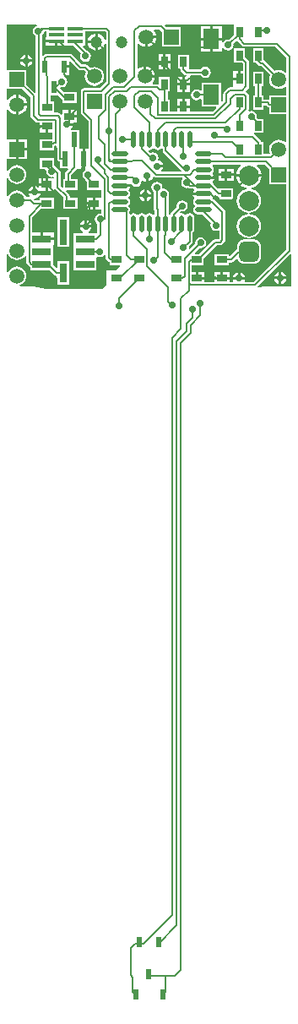
<source format=gtl>
%FSLAX25Y25*%
%MOIN*%
G70*
G01*
G75*
G04 Layer_Physical_Order=1*
G04 Layer_Color=255*
%ADD10R,0.02362X0.03937*%
%ADD11R,0.03937X0.02756*%
%ADD12R,0.07480X0.03150*%
%ADD13R,0.03150X0.07480*%
%ADD14R,0.03150X0.09843*%
%ADD15R,0.02362X0.05906*%
%ADD16R,0.06299X0.01575*%
%ADD17R,0.02362X0.05118*%
%ADD18O,0.06496X0.02165*%
%ADD19O,0.02165X0.06496*%
%ADD20R,0.06299X0.07874*%
%ADD21R,0.02756X0.03937*%
%ADD22R,0.01969X0.03937*%
%ADD23C,0.00787*%
%ADD24C,0.05906*%
%ADD25R,0.05906X0.05906*%
%ADD26C,0.04724*%
%ADD27R,0.05906X0.05906*%
%ADD28C,0.07874*%
G04:AMPARAMS|DCode=29|XSize=78.74mil|YSize=78.74mil|CornerRadius=19.69mil|HoleSize=0mil|Usage=FLASHONLY|Rotation=270.000|XOffset=0mil|YOffset=0mil|HoleType=Round|Shape=RoundedRectangle|*
%AMROUNDEDRECTD29*
21,1,0.07874,0.03937,0,0,270.0*
21,1,0.03937,0.07874,0,0,270.0*
1,1,0.03937,-0.01969,-0.01969*
1,1,0.03937,-0.01969,0.01969*
1,1,0.03937,0.01969,0.01969*
1,1,0.03937,0.01969,-0.01969*
%
%ADD29ROUNDEDRECTD29*%
%ADD30C,0.02756*%
G36*
X62379Y-50067D02*
Y-50784D01*
X62379Y-50784D01*
X62470Y-51245D01*
X62731Y-51636D01*
X69531Y-58436D01*
X69531Y-58436D01*
X69705Y-58552D01*
X69560Y-59030D01*
X62196D01*
X61961Y-58589D01*
X62476Y-57818D01*
X62561Y-57390D01*
X60236D01*
Y-56390D01*
X62561D01*
X62476Y-55962D01*
X61951Y-55175D01*
X61164Y-54650D01*
X60922Y-54602D01*
X60644Y-54186D01*
X60744Y-53684D01*
X60576Y-52839D01*
X60097Y-52123D01*
X59381Y-51645D01*
X58536Y-51477D01*
X57691Y-51645D01*
X57575Y-51723D01*
X56766Y-50914D01*
X57002Y-50473D01*
X57283Y-50529D01*
X58013Y-50384D01*
X58632Y-49970D01*
X59085D01*
X59703Y-50384D01*
X60433Y-50529D01*
X61163Y-50384D01*
X61781Y-49970D01*
X62235D01*
X62379Y-50067D01*
D02*
G37*
G36*
X12710Y-1501D02*
X12491Y-1545D01*
X11775Y-2023D01*
X11297Y-2740D01*
X11128Y-3584D01*
X11297Y-4429D01*
X11775Y-5145D01*
X12332Y-5518D01*
Y-27692D01*
X11870Y-27883D01*
X8661Y-24675D01*
Y-18898D01*
X1181D01*
D01*
X1181D01*
X1003Y-18720D01*
Y-1003D01*
X12661D01*
X12710Y-1501D01*
D02*
G37*
G36*
X40032Y-4058D02*
Y-6931D01*
X39535Y-6996D01*
X39197Y-6178D01*
X38658Y-5476D01*
X37955Y-4937D01*
X37137Y-4598D01*
X36760Y-4549D01*
Y-7874D01*
Y-11199D01*
X37137Y-11150D01*
X37955Y-10811D01*
X38658Y-10272D01*
X39197Y-9570D01*
X39535Y-8752D01*
X40032Y-8817D01*
Y-23813D01*
X37687Y-26158D01*
X31299D01*
X30838Y-26249D01*
X30448Y-26511D01*
X30186Y-26901D01*
X30095Y-27362D01*
Y-35630D01*
X30095Y-35630D01*
X30186Y-36091D01*
X30448Y-36481D01*
X33073Y-39107D01*
Y-49984D01*
X31799D01*
Y-53937D01*
Y-58015D01*
X31906Y-58368D01*
X31375Y-58723D01*
X30896Y-59439D01*
X30728Y-60284D01*
X30896Y-61129D01*
X31375Y-61845D01*
X31803Y-62131D01*
X31824Y-62236D01*
X32085Y-62626D01*
X32579Y-63120D01*
Y-66338D01*
X38091D01*
D01*
X38091D01*
X38166Y-66414D01*
Y-69275D01*
X35835D01*
Y-71653D01*
Y-74031D01*
X38166D01*
Y-75306D01*
X37836Y-75577D01*
X36991Y-75745D01*
X36275Y-76223D01*
X35796Y-76939D01*
X35628Y-77784D01*
X35796Y-78629D01*
X36275Y-79346D01*
X36591Y-79557D01*
Y-83205D01*
X36315D01*
Y-83205D01*
X33256D01*
X33111Y-82726D01*
X33751Y-82299D01*
X34276Y-81512D01*
X34361Y-81084D01*
X29711D01*
X29796Y-81512D01*
X30322Y-82299D01*
X30961Y-82726D01*
X30816Y-83205D01*
X27260D01*
Y-87851D01*
X27260Y-87851D01*
X27260D01*
X27260Y-87929D01*
Y-88067D01*
Y-88205D01*
X27260Y-88283D01*
X27260Y-88283D01*
X27260D01*
Y-92851D01*
X27260Y-92851D01*
X27260D01*
X27260Y-92929D01*
Y-93067D01*
Y-93205D01*
X27260Y-93283D01*
X27260Y-93283D01*
X27260D01*
Y-97929D01*
X36315D01*
Y-93283D01*
X36315Y-93283D01*
D01*
D01*
X36315Y-93205D01*
Y-93151D01*
Y-93067D01*
Y-93028D01*
Y-92929D01*
X36315Y-92873D01*
X36315Y-92851D01*
X36756Y-92595D01*
X36774Y-92607D01*
X37619Y-92775D01*
X38464Y-92607D01*
X39180Y-92128D01*
X39353Y-91868D01*
X39832Y-92013D01*
Y-92901D01*
X39832Y-92901D01*
X39924Y-93362D01*
X40185Y-93752D01*
X40985Y-94552D01*
X41375Y-94813D01*
X41437Y-94826D01*
Y-95866D01*
X45606D01*
X45798Y-96328D01*
X43996Y-98130D01*
X40354D01*
X40157Y-103543D01*
X38386Y-105315D01*
X16295D01*
X14987Y-104987D01*
X11448Y-104462D01*
X7874Y-104287D01*
Y-104311D01*
X7874Y-104312D01*
X6043D01*
X5945Y-103821D01*
X6808Y-103464D01*
X7589Y-102864D01*
X8188Y-102083D01*
X8565Y-101173D01*
X8694Y-100197D01*
X8565Y-99220D01*
X8188Y-98311D01*
X7589Y-97529D01*
X6808Y-96930D01*
X5898Y-96553D01*
X4921Y-96424D01*
X3945Y-96553D01*
X3035Y-96930D01*
X2254Y-97529D01*
X1654Y-98311D01*
X1494Y-98698D01*
X1003Y-98600D01*
Y-91793D01*
X1494Y-91696D01*
X1654Y-92083D01*
X2254Y-92864D01*
X3035Y-93464D01*
X3945Y-93841D01*
X4921Y-93969D01*
X5898Y-93841D01*
X6808Y-93464D01*
X7589Y-92864D01*
X8059Y-92252D01*
X8532Y-92413D01*
Y-94667D01*
X8532Y-94667D01*
X8624Y-95128D01*
X8885Y-95518D01*
X9785Y-96418D01*
X9785Y-96418D01*
X10142Y-96657D01*
Y-97929D01*
X17795D01*
X19734Y-99867D01*
X20124Y-100128D01*
X20585Y-100220D01*
X20866Y-101626D01*
Y-103543D01*
X25591D01*
Y-94488D01*
X20866D01*
Y-96940D01*
X20404Y-97132D01*
X19197Y-95925D01*
Y-93205D01*
D01*
Y-93205D01*
X19197Y-93205D01*
Y-92929D01*
X19197D01*
Y-88205D01*
D01*
Y-88205D01*
X19260Y-88142D01*
X19410D01*
Y-86067D01*
X14669D01*
Y-85567D01*
X14169D01*
Y-82992D01*
X10940D01*
Y-77052D01*
X14174Y-73819D01*
X19390D01*
Y-69488D01*
X13878D01*
Y-70449D01*
X11992D01*
X11524Y-69981D01*
X11759Y-69540D01*
X11811Y-69551D01*
X12739Y-69366D01*
X13525Y-68840D01*
X14051Y-68054D01*
X14136Y-67626D01*
X9486D01*
X9571Y-68054D01*
X9904Y-68552D01*
X9668Y-68993D01*
X8471D01*
X8188Y-68311D01*
X7589Y-67529D01*
X6808Y-66930D01*
X5898Y-66553D01*
X4921Y-66424D01*
X3945Y-66553D01*
X3035Y-66930D01*
X2254Y-67529D01*
X1654Y-68311D01*
X1494Y-68698D01*
X1003Y-68600D01*
Y-61793D01*
X1494Y-61696D01*
X1654Y-62083D01*
X2254Y-62864D01*
X3035Y-63464D01*
X3945Y-63841D01*
X4921Y-63969D01*
X5898Y-63841D01*
X6808Y-63464D01*
X7589Y-62864D01*
X8188Y-62083D01*
X8565Y-61173D01*
X8694Y-60197D01*
X8565Y-59220D01*
X8188Y-58311D01*
X7589Y-57529D01*
X6808Y-56930D01*
X5898Y-56553D01*
X4921Y-56424D01*
X3945Y-56553D01*
X3035Y-56930D01*
X2254Y-57529D01*
X1654Y-58311D01*
X1494Y-58698D01*
X1003Y-58600D01*
Y-54150D01*
X4421D01*
Y-50197D01*
Y-46244D01*
X1003D01*
Y-34824D01*
X1281Y-34708D01*
X1477Y-34642D01*
X2102Y-35457D01*
X2928Y-36090D01*
X3889Y-36489D01*
X4421Y-36559D01*
Y-32638D01*
Y-28717D01*
X3889Y-28787D01*
X2928Y-29185D01*
X2102Y-29818D01*
X1477Y-30633D01*
X1281Y-30567D01*
X1003Y-30452D01*
Y-26378D01*
X1181D01*
Y-26378D01*
X6958D01*
X10232Y-29651D01*
Y-36983D01*
X10232Y-36983D01*
X10324Y-37443D01*
X10585Y-37834D01*
X12185Y-39434D01*
X12575Y-39695D01*
X13036Y-39787D01*
X13862D01*
Y-40642D01*
X16831D01*
Y-41142D01*
X17331D01*
Y-43520D01*
X18832D01*
Y-46260D01*
X13976D01*
Y-50591D01*
X19488D01*
Y-48967D01*
X20063Y-48820D01*
X20486Y-49087D01*
X20732Y-50324D01*
Y-53937D01*
X20824Y-54398D01*
X21085Y-54789D01*
X21475Y-55050D01*
X21850Y-55124D01*
Y-57677D01*
X24988D01*
X25180Y-58139D01*
X24286Y-59033D01*
X24025Y-59424D01*
X23933Y-59884D01*
X23933Y-59885D01*
Y-62008D01*
X23268D01*
Y-65159D01*
X22806Y-65351D01*
X22140Y-64686D01*
Y-59605D01*
X22140Y-59605D01*
X22049Y-59145D01*
X21788Y-58754D01*
X19488Y-56454D01*
Y-53740D01*
X13976D01*
Y-58071D01*
X16019D01*
X16512Y-58563D01*
X16428Y-58984D01*
X16597Y-59829D01*
X17075Y-60545D01*
X17791Y-61024D01*
X18636Y-61192D01*
X19345Y-61051D01*
X19679Y-61325D01*
X19510Y-61795D01*
X19378Y-61795D01*
X19378Y-61795D01*
Y-61795D01*
X17134D01*
Y-64173D01*
Y-66551D01*
X19602D01*
Y-66175D01*
X20081Y-66030D01*
X20085Y-66036D01*
X23332Y-69283D01*
Y-69488D01*
X23268D01*
Y-73819D01*
X28779D01*
Y-69488D01*
X25740D01*
Y-68784D01*
X25740Y-68784D01*
X25649Y-68324D01*
X25388Y-67933D01*
X24255Y-66800D01*
X24447Y-66338D01*
X28779D01*
Y-62008D01*
X26342D01*
Y-60383D01*
X28411Y-58314D01*
X28672Y-57924D01*
X28679Y-57890D01*
X29118D01*
Y-57890D01*
X30799D01*
Y-53937D01*
Y-49984D01*
X29528D01*
Y-42716D01*
X26212D01*
X26067Y-42238D01*
X26321Y-42069D01*
X26846Y-41282D01*
X26931Y-40854D01*
X24606D01*
Y-39854D01*
X27049D01*
X27271Y-39583D01*
X28657D01*
Y-37705D01*
X25689D01*
Y-37205D01*
X25189D01*
Y-34827D01*
X22720D01*
Y-36336D01*
X22258Y-36527D01*
X21888Y-36156D01*
X21497Y-35895D01*
X21036Y-35804D01*
X21036Y-35804D01*
X19587D01*
Y-31496D01*
X18035D01*
Y-29134D01*
X21328D01*
X22771Y-30576D01*
X22933Y-30685D01*
Y-31890D01*
X28445D01*
Y-27559D01*
X23160D01*
X21712Y-26112D01*
X22165Y-25658D01*
X22586Y-25742D01*
X23431Y-25574D01*
X24147Y-25095D01*
X24626Y-24379D01*
X24794Y-23534D01*
X24626Y-22690D01*
X24147Y-21973D01*
X23525Y-21557D01*
X23670Y-21079D01*
X25606D01*
Y-18020D01*
X23425D01*
Y-17020D01*
X25606D01*
Y-15833D01*
X26068Y-15642D01*
X29131Y-18704D01*
X29521Y-18965D01*
X29982Y-19057D01*
X29982Y-19056D01*
X31290D01*
X32072Y-19838D01*
X31789Y-20520D01*
X31661Y-21496D01*
X31789Y-22472D01*
X32166Y-23382D01*
X32765Y-24163D01*
X33547Y-24763D01*
X34457Y-25140D01*
X35433Y-25268D01*
X36409Y-25140D01*
X37319Y-24763D01*
X38100Y-24163D01*
X38700Y-23382D01*
X39077Y-22472D01*
X39205Y-21496D01*
X39077Y-20520D01*
X38700Y-19610D01*
X38100Y-18828D01*
X37319Y-18229D01*
X36409Y-17852D01*
X35433Y-17724D01*
X34457Y-17852D01*
X33775Y-18135D01*
X32641Y-17001D01*
X32250Y-16740D01*
X31789Y-16648D01*
X31789Y-16648D01*
X30481D01*
X26759Y-12926D01*
X26368Y-12665D01*
X25907Y-12573D01*
X25907Y-12573D01*
X16544D01*
X16543Y-12573D01*
X16083Y-12665D01*
X15692Y-12926D01*
X15202Y-13415D01*
X14740Y-13224D01*
Y-5250D01*
X14897Y-5145D01*
X15376Y-4429D01*
X15421Y-4203D01*
X15860Y-3763D01*
X16437D01*
Y-4134D01*
Y-5890D01*
X16224D01*
Y-7177D01*
X20374D01*
Y-7677D01*
X20874D01*
Y-9465D01*
X24524D01*
Y-9252D01*
X27037D01*
X30108Y-12323D01*
X29897Y-12640D01*
X29728Y-13484D01*
X29897Y-14329D01*
X30375Y-15045D01*
X31091Y-15524D01*
X31936Y-15692D01*
X32781Y-15524D01*
X33497Y-15045D01*
X33976Y-14329D01*
X34144Y-13484D01*
X33976Y-12640D01*
X33497Y-11923D01*
X32781Y-11445D01*
X32600Y-11409D01*
X30905Y-9714D01*
X31096Y-9252D01*
X31787D01*
Y-6693D01*
Y-4134D01*
Y-3763D01*
X39737D01*
X40032Y-4058D01*
D02*
G37*
G36*
X113170Y-91807D02*
Y-104312D01*
X106299D01*
X106299Y-104311D01*
Y-104287D01*
X102725Y-104462D01*
X100151Y-104844D01*
X99926Y-104398D01*
X112708Y-91616D01*
X113170Y-91807D01*
D02*
G37*
G36*
X56736Y-63109D02*
X57164Y-63024D01*
X57951Y-62499D01*
X58476Y-61712D01*
X58579Y-61196D01*
X59057Y-61051D01*
X59093Y-61086D01*
X59483Y-61347D01*
X59944Y-61439D01*
X59944Y-61439D01*
X70102D01*
X70337Y-61880D01*
X69897Y-62539D01*
X69728Y-63384D01*
X69897Y-64229D01*
X70375Y-64946D01*
X71091Y-65424D01*
X71936Y-65592D01*
X72392Y-65502D01*
X72658Y-65680D01*
X73119Y-65771D01*
X73119Y-65771D01*
X74580D01*
X74876Y-66215D01*
X74416Y-66904D01*
X74354Y-67217D01*
X78543D01*
Y-68217D01*
X74354D01*
X74416Y-68529D01*
X74876Y-69218D01*
X74876Y-69218D01*
X74876D01*
X75030Y-69518D01*
X75030Y-69518D01*
X75030D01*
X74616Y-70136D01*
X74471Y-70866D01*
X74616Y-71596D01*
X75030Y-72214D01*
Y-72668D01*
X74616Y-73286D01*
X74471Y-74016D01*
X74616Y-74746D01*
X75030Y-75364D01*
X75648Y-75777D01*
X76378Y-75923D01*
X78156D01*
X81485Y-79251D01*
X81405Y-79372D01*
X81237Y-80216D01*
X81405Y-81061D01*
X81884Y-81778D01*
X82600Y-82256D01*
X83445Y-82424D01*
X84290Y-82256D01*
X84359Y-82210D01*
X84800Y-82446D01*
Y-85477D01*
X84537Y-85739D01*
X83202D01*
X82741Y-85831D01*
X82585Y-85936D01*
X82350Y-86092D01*
X82350Y-86092D01*
X76907Y-91536D01*
X75341D01*
X75150Y-91074D01*
X77015Y-89208D01*
X77436Y-89292D01*
X78281Y-89124D01*
X78997Y-88645D01*
X79476Y-87929D01*
X79644Y-87084D01*
X79476Y-86239D01*
X78997Y-85523D01*
X78281Y-85045D01*
X77436Y-84877D01*
X76591Y-85045D01*
X75875Y-85523D01*
X75397Y-86239D01*
X75228Y-87084D01*
X75312Y-87505D01*
X73214Y-89603D01*
X72773Y-89368D01*
X72852Y-88972D01*
X72768Y-88551D01*
X73883Y-87436D01*
X73883Y-87436D01*
X74040Y-87202D01*
X74144Y-87045D01*
X74236Y-86584D01*
Y-83137D01*
X74380Y-83041D01*
X74793Y-82423D01*
X74938Y-81693D01*
Y-77362D01*
X74793Y-76633D01*
X74380Y-76014D01*
X73761Y-75601D01*
X73032Y-75455D01*
X72302Y-75601D01*
X71683Y-76014D01*
X71230D01*
X70612Y-75601D01*
X69882Y-75455D01*
X69586Y-75514D01*
X69350Y-75073D01*
X69715Y-74708D01*
X70136Y-74792D01*
X70981Y-74624D01*
X71697Y-74146D01*
X72176Y-73429D01*
X72344Y-72584D01*
X72176Y-71740D01*
X71697Y-71023D01*
X70981Y-70545D01*
X70136Y-70377D01*
X69291Y-70545D01*
X68575Y-71023D01*
X68097Y-71740D01*
X67928Y-72584D01*
X68012Y-73005D01*
X65881Y-75137D01*
X65620Y-75527D01*
X65544Y-75907D01*
X65384Y-76014D01*
X64931D01*
X64787Y-75918D01*
Y-68831D01*
X64781Y-68802D01*
X64944Y-67984D01*
X64776Y-67140D01*
X64297Y-66423D01*
X63581Y-65945D01*
X62736Y-65777D01*
X62667Y-65790D01*
X62314Y-65437D01*
X62344Y-65284D01*
X62176Y-64439D01*
X61697Y-63723D01*
X60981Y-63245D01*
X60136Y-63077D01*
X59291Y-63245D01*
X58575Y-63723D01*
X58096Y-64439D01*
X57928Y-65284D01*
X58096Y-66129D01*
X58575Y-66846D01*
X58932Y-67084D01*
Y-73584D01*
X58932Y-73584D01*
X59024Y-74045D01*
X59229Y-74352D01*
Y-75918D01*
X59085Y-76014D01*
X58632D01*
X58013Y-75601D01*
X57283Y-75455D01*
X56554Y-75601D01*
X55935Y-76014D01*
X55482D01*
X54864Y-75601D01*
X54134Y-75455D01*
X53404Y-75601D01*
X52786Y-76014D01*
X52332D01*
X51714Y-75601D01*
X50984Y-75455D01*
X50254Y-75601D01*
X49781Y-75917D01*
X49340Y-75681D01*
Y-74834D01*
X49399Y-74746D01*
X49545Y-74016D01*
X49399Y-73286D01*
X48986Y-72668D01*
Y-72214D01*
X49399Y-71596D01*
X49545Y-70866D01*
X49399Y-70136D01*
X48986Y-69518D01*
Y-69065D01*
X49399Y-68446D01*
X49545Y-67717D01*
X49399Y-66987D01*
X48986Y-66368D01*
X48986Y-66368D01*
X48986D01*
X49139Y-66069D01*
X49139Y-66069D01*
X49139D01*
X49600Y-65380D01*
X49662Y-65067D01*
X45472D01*
Y-64067D01*
X49968D01*
X50147Y-63993D01*
X50401Y-64373D01*
X51117Y-64852D01*
X51962Y-65020D01*
X52807Y-64852D01*
X53523Y-64373D01*
X54002Y-63657D01*
X54170Y-62812D01*
X54802Y-62686D01*
X55308Y-63024D01*
X55736Y-63109D01*
Y-60784D01*
X56736D01*
Y-63109D01*
D02*
G37*
G36*
X104528Y-58160D02*
Y-63937D01*
X111232D01*
Y-89686D01*
X98337Y-102580D01*
X94992D01*
X94756Y-102139D01*
X94776Y-102109D01*
X94861Y-101681D01*
X90211D01*
X90296Y-102109D01*
X90316Y-102139D01*
X90081Y-102580D01*
X88697D01*
Y-101681D01*
X82760D01*
Y-102580D01*
X78854D01*
Y-101681D01*
X75886D01*
Y-101181D01*
X75386D01*
Y-98803D01*
X73940D01*
Y-95866D01*
X78642D01*
Y-93207D01*
X83701Y-88148D01*
X85036D01*
X85036Y-88148D01*
X85497Y-88056D01*
X85888Y-87795D01*
X86856Y-86827D01*
X86856Y-86827D01*
X87116Y-86437D01*
X87208Y-85976D01*
X87208Y-85976D01*
Y-75034D01*
X87116Y-74573D01*
X86856Y-74182D01*
X82688Y-70015D01*
X82297Y-69754D01*
X82253Y-69745D01*
X82166Y-69305D01*
X82210Y-69218D01*
X82210Y-69218D01*
X82210D01*
X82671Y-68529D01*
X82737Y-68195D01*
X83216Y-68050D01*
X83734Y-68568D01*
X83734Y-68568D01*
X84125Y-68829D01*
X84125Y-68829D01*
X84125Y-68829D01*
D01*
X84125Y-68829D01*
X84125Y-68829D01*
X84586Y-68921D01*
X84744Y-69712D01*
Y-69882D01*
X90256D01*
Y-65551D01*
X84744D01*
X84744Y-65551D01*
Y-65551D01*
X84305Y-65733D01*
X82485Y-63913D01*
X82470Y-63837D01*
X82057Y-63219D01*
X82057Y-63219D01*
X82057D01*
X82210Y-62919D01*
X82210Y-62919D01*
X82210D01*
X82671Y-62230D01*
X82733Y-61917D01*
X78543D01*
Y-60917D01*
X82733D01*
X82671Y-60605D01*
X82210Y-59916D01*
X82210Y-59916D01*
X82210D01*
X82057Y-59616D01*
X82057Y-59616D01*
X82470Y-58997D01*
X82616Y-58268D01*
X82470Y-57538D01*
X82057Y-56920D01*
Y-56466D01*
X82153Y-56322D01*
X93080D01*
X93241Y-56796D01*
X92936Y-57030D01*
X92144Y-58061D01*
X91647Y-59262D01*
X91543Y-60051D01*
X101371D01*
X101267Y-59262D01*
X100769Y-58061D01*
X99978Y-57030D01*
X99673Y-56796D01*
X99834Y-56322D01*
X102690D01*
X104528Y-58160D01*
D02*
G37*
G36*
X90551Y-1181D02*
X90551D01*
Y-5066D01*
X88657Y-6960D01*
X88236Y-6877D01*
X87391Y-7045D01*
X86675Y-7523D01*
X86321Y-8053D01*
X85842Y-7908D01*
Y-7193D01*
X82193D01*
Y-11630D01*
X85842D01*
Y-10261D01*
X86321Y-10115D01*
X86675Y-10645D01*
X87391Y-11124D01*
X88236Y-11292D01*
X89081Y-11124D01*
X89797Y-10645D01*
X90276Y-9929D01*
X90444Y-9084D01*
X90360Y-8663D01*
X91436Y-7587D01*
X91936D01*
X93785Y-9436D01*
X93785Y-9436D01*
X94019Y-9592D01*
X94175Y-9697D01*
X94636Y-9789D01*
X106937D01*
X111232Y-14083D01*
Y-19633D01*
X110784Y-19854D01*
X110154Y-19371D01*
X109244Y-18994D01*
X108268Y-18865D01*
X107291Y-18994D01*
X106609Y-19276D01*
X102766Y-15433D01*
X102375Y-15172D01*
X102362Y-15169D01*
Y-10511D01*
X98031D01*
Y-16023D01*
X99162D01*
X99289Y-16213D01*
X99345Y-16296D01*
X100185Y-17136D01*
X100575Y-17397D01*
X101036Y-17489D01*
X101416D01*
X104906Y-20979D01*
X104624Y-21661D01*
X104495Y-22638D01*
X104624Y-23614D01*
X105001Y-24524D01*
X105600Y-25305D01*
X106382Y-25905D01*
X107291Y-26281D01*
X108268Y-26410D01*
X109244Y-26281D01*
X110154Y-25905D01*
X110784Y-25422D01*
X111232Y-25643D01*
Y-28897D01*
X104528D01*
Y-30330D01*
X104141Y-30647D01*
X103736Y-30567D01*
X103736Y-30567D01*
X102362D01*
Y-29015D01*
X101401D01*
Y-25217D01*
X102362D01*
Y-19705D01*
X98031D01*
Y-25217D01*
X98993D01*
Y-29015D01*
X98031D01*
Y-34527D01*
X102362D01*
Y-32975D01*
X103237D01*
X103751Y-33489D01*
X103751Y-33489D01*
X104142Y-33750D01*
X104528Y-33827D01*
Y-36378D01*
X111232D01*
Y-47192D01*
X110784Y-47413D01*
X110154Y-46930D01*
X109244Y-46553D01*
X108268Y-46424D01*
X107291Y-46553D01*
X106382Y-46930D01*
X105600Y-47529D01*
X105001Y-48311D01*
X104624Y-49220D01*
X104495Y-50197D01*
X104624Y-51173D01*
X104906Y-51855D01*
X104581Y-52180D01*
X102362D01*
Y-47441D01*
X101373D01*
X101309Y-47124D01*
X101048Y-46733D01*
X98748Y-44433D01*
X98398Y-44199D01*
X98543Y-43720D01*
X102362D01*
Y-38208D01*
X100063D01*
X99560Y-37705D01*
X99644Y-37284D01*
X99476Y-36439D01*
X98997Y-35723D01*
X98281Y-35245D01*
X97436Y-35077D01*
X96591Y-35245D01*
X96304Y-34815D01*
X96388Y-34690D01*
X96480Y-34229D01*
X96480Y-34229D01*
Y-29313D01*
X96480Y-29313D01*
X96388Y-28852D01*
X96127Y-28462D01*
X96127Y-28462D01*
X95435Y-27770D01*
X95354Y-27716D01*
X95305Y-27218D01*
X96188Y-26336D01*
X96449Y-25945D01*
X96540Y-25484D01*
Y-15887D01*
X96540Y-15887D01*
X96540Y-15887D01*
Y-15887D01*
X96540D01*
X96540Y-15887D01*
X96449Y-15426D01*
X96344Y-15269D01*
X96188Y-15035D01*
X96188Y-15035D01*
X94882Y-13729D01*
Y-10511D01*
X90551D01*
Y-16023D01*
X93769D01*
X94132Y-16385D01*
Y-19492D01*
X93217D01*
Y-22461D01*
X92717D01*
Y-22961D01*
X90339D01*
Y-25429D01*
X90339D01*
Y-25489D01*
X89985Y-25842D01*
X88860D01*
X88860Y-25842D01*
X88399Y-25934D01*
X88009Y-26195D01*
X88009Y-26195D01*
X86671Y-27533D01*
X86410Y-27924D01*
X86318Y-28384D01*
X86318Y-28384D01*
Y-31069D01*
X85902Y-31347D01*
X85630Y-31234D01*
Y-24016D01*
X77756D01*
Y-26932D01*
X77315Y-27168D01*
X76681Y-26745D01*
X75836Y-26577D01*
X74991Y-26745D01*
X74275Y-27223D01*
X73796Y-27940D01*
X73628Y-28784D01*
X73796Y-29629D01*
X74275Y-30345D01*
X74991Y-30824D01*
X75836Y-30992D01*
X76681Y-30824D01*
X77315Y-30401D01*
X77756Y-30636D01*
Y-33465D01*
X83400D01*
X83591Y-33926D01*
X82137Y-35380D01*
X73047D01*
Y-33866D01*
X68291D01*
Y-35380D01*
X65354D01*
Y-30610D01*
X64393D01*
Y-27303D01*
X65354D01*
Y-21791D01*
X61024D01*
Y-24466D01*
X60634Y-24675D01*
X60173Y-24583D01*
X60173Y-24583D01*
X58612D01*
X58391Y-24135D01*
X58886Y-23489D01*
X59284Y-22528D01*
X59354Y-21996D01*
X55433D01*
Y-21496D01*
X54933D01*
Y-17575D01*
X54401Y-17645D01*
X53440Y-18043D01*
X52889Y-18466D01*
X52440Y-18245D01*
Y-8609D01*
X52914Y-8449D01*
X53126Y-8725D01*
X53952Y-9358D01*
X54913Y-9757D01*
X55445Y-9827D01*
Y-5906D01*
X55945D01*
Y-5406D01*
X59866D01*
X59796Y-4874D01*
X59398Y-3912D01*
X58956Y-3337D01*
X59178Y-2889D01*
X61225D01*
X62205Y-3869D01*
Y-9646D01*
X69685D01*
Y-2165D01*
X63908D01*
X63208Y-1465D01*
X63399Y-1003D01*
X90551D01*
Y-1181D01*
D02*
G37*
%LPC*%
G36*
X57935Y-69004D02*
X56110D01*
Y-70829D01*
X56538Y-70744D01*
X57325Y-70218D01*
X57850Y-69432D01*
X57935Y-69004D01*
D02*
G37*
G36*
X56110Y-66179D02*
Y-68004D01*
X57935D01*
X57850Y-67576D01*
X57325Y-66790D01*
X56538Y-66264D01*
X56110Y-66179D01*
D02*
G37*
G36*
X55110D02*
X54682Y-66264D01*
X53896Y-66790D01*
X53370Y-67576D01*
X53285Y-68004D01*
X55110D01*
Y-66179D01*
D02*
G37*
G36*
X34835Y-72153D02*
X32366D01*
Y-74031D01*
X34835D01*
Y-72153D01*
D02*
G37*
G36*
Y-69275D02*
X32366D01*
Y-71153D01*
X34835D01*
Y-69275D01*
D02*
G37*
G36*
X55110Y-69004D02*
X53285D01*
X53370Y-69432D01*
X53896Y-70218D01*
X54682Y-70744D01*
X55110Y-70829D01*
Y-69004D01*
D02*
G37*
G36*
X87000Y-60736D02*
X84531D01*
Y-62614D01*
X87000D01*
Y-60736D01*
D02*
G37*
G36*
X90469D02*
X88000D01*
Y-62614D01*
X90469D01*
Y-60736D01*
D02*
G37*
G36*
X35760Y-4549D02*
X35382Y-4598D01*
X34564Y-4937D01*
X33862Y-5476D01*
X33323Y-6178D01*
X32984Y-6996D01*
X32934Y-7374D01*
X35760D01*
Y-4549D01*
D02*
G37*
G36*
X81193Y-1756D02*
X77543D01*
Y-6193D01*
X81193D01*
Y-1756D01*
D02*
G37*
G36*
X11311Y-64801D02*
X10883Y-64886D01*
X10097Y-65412D01*
X9571Y-66198D01*
X9486Y-66626D01*
X11311D01*
Y-64801D01*
D02*
G37*
G36*
X16134Y-64673D02*
X13665D01*
Y-64975D01*
X13224Y-65210D01*
X12739Y-64886D01*
X12311Y-64801D01*
Y-66626D01*
X14454D01*
X14515Y-66551D01*
X16134D01*
Y-64673D01*
D02*
G37*
G36*
Y-61795D02*
X13665D01*
Y-63673D01*
X16134D01*
Y-61795D01*
D02*
G37*
G36*
X32536Y-78259D02*
Y-80084D01*
X34361D01*
X34276Y-79657D01*
X33751Y-78870D01*
X32964Y-78344D01*
X32536Y-78259D01*
D02*
G37*
G36*
X85228Y-98803D02*
X82760D01*
Y-100681D01*
X85228D01*
Y-98803D01*
D02*
G37*
G36*
X88697D02*
X86228D01*
Y-100681D01*
X88697D01*
Y-98803D01*
D02*
G37*
G36*
X92036Y-98856D02*
X91608Y-98941D01*
X90822Y-99467D01*
X90296Y-100253D01*
X90211Y-100681D01*
X92036D01*
Y-98856D01*
D02*
G37*
G36*
X78854Y-98803D02*
X76386D01*
Y-100681D01*
X78854D01*
Y-98803D01*
D02*
G37*
G36*
X85842Y-1756D02*
X82193D01*
Y-6193D01*
X85842D01*
Y-1756D01*
D02*
G37*
G36*
X108358Y-101484D02*
X106533D01*
X106618Y-101912D01*
X107144Y-102699D01*
X107930Y-103224D01*
X108358Y-103309D01*
Y-101484D01*
D02*
G37*
G36*
X111183D02*
X109358D01*
Y-103309D01*
X109786Y-103224D01*
X110573Y-102699D01*
X111098Y-101912D01*
X111183Y-101484D01*
D02*
G37*
G36*
X25591Y-77165D02*
X20866D01*
Y-88583D01*
X25591D01*
Y-77165D01*
D02*
G37*
G36*
X19410Y-82992D02*
X15169D01*
Y-85067D01*
X19410D01*
Y-82992D01*
D02*
G37*
G36*
X31536Y-78259D02*
X31108Y-78344D01*
X30322Y-78870D01*
X29796Y-79657D01*
X29711Y-80084D01*
X31536D01*
Y-78259D01*
D02*
G37*
G36*
X101371Y-61051D02*
X91543D01*
X91647Y-61840D01*
X92144Y-63041D01*
X92936Y-64072D01*
X93967Y-64864D01*
X95168Y-65361D01*
X95527Y-65408D01*
Y-65908D01*
X95223Y-65948D01*
X94074Y-66424D01*
X93087Y-67182D01*
X92330Y-68169D01*
X91854Y-69318D01*
X91692Y-70551D01*
X91854Y-71785D01*
X92330Y-72934D01*
X93087Y-73921D01*
X94074Y-74678D01*
X95223Y-75154D01*
X96342Y-75301D01*
Y-75801D01*
X95223Y-75948D01*
X94074Y-76424D01*
X93087Y-77182D01*
X92330Y-78169D01*
X91854Y-79318D01*
X91692Y-80551D01*
X91854Y-81784D01*
X92330Y-82934D01*
X93087Y-83921D01*
X94074Y-84678D01*
X95223Y-85154D01*
X96363Y-85304D01*
Y-85304D01*
X96331Y-85803D01*
X94488D01*
X93769Y-85898D01*
X93098Y-86175D01*
X92523Y-86617D01*
X92081Y-87193D01*
X91803Y-87863D01*
X91709Y-88583D01*
Y-89725D01*
X88946Y-92488D01*
X88484Y-92296D01*
Y-91536D01*
X82973D01*
Y-95866D01*
X88484D01*
Y-94905D01*
X89436D01*
X89436Y-94905D01*
X89897Y-94813D01*
X90288Y-94552D01*
X91426Y-93414D01*
X91916Y-93512D01*
X92081Y-93910D01*
X92523Y-94485D01*
X93098Y-94927D01*
X93769Y-95205D01*
X94488Y-95299D01*
X98425D01*
X99145Y-95205D01*
X99815Y-94927D01*
X100391Y-94485D01*
X100833Y-93910D01*
X101110Y-93239D01*
X101205Y-92520D01*
Y-88583D01*
X101110Y-87863D01*
X100833Y-87193D01*
X100391Y-86617D01*
X99815Y-86175D01*
X99145Y-85898D01*
X98425Y-85803D01*
X96583D01*
X96582Y-85789D01*
X96550Y-85304D01*
X97690Y-85154D01*
X98839Y-84678D01*
X99826Y-83921D01*
X100584Y-82934D01*
X101060Y-81784D01*
X101222Y-80551D01*
X101060Y-79318D01*
X100584Y-78169D01*
X99826Y-77182D01*
X98839Y-76424D01*
X97690Y-75948D01*
X96572Y-75801D01*
Y-75301D01*
X97690Y-75154D01*
X98839Y-74678D01*
X99826Y-73921D01*
X100584Y-72934D01*
X101060Y-71785D01*
X101222Y-70551D01*
X101060Y-69318D01*
X100584Y-68169D01*
X99826Y-67182D01*
X98839Y-66424D01*
X97690Y-65948D01*
X97386Y-65908D01*
Y-65408D01*
X97746Y-65361D01*
X98947Y-64864D01*
X99978Y-64072D01*
X100769Y-63041D01*
X101267Y-61840D01*
X101371Y-61051D01*
D02*
G37*
G36*
X93036Y-98856D02*
Y-100681D01*
X94861D01*
X94776Y-100253D01*
X94251Y-99467D01*
X93464Y-98941D01*
X93036Y-98856D01*
D02*
G37*
G36*
X108358Y-98659D02*
X107930Y-98744D01*
X107144Y-99270D01*
X106618Y-100056D01*
X106533Y-100484D01*
X108358D01*
Y-98659D01*
D02*
G37*
G36*
X109358D02*
Y-100484D01*
X111183D01*
X111098Y-100056D01*
X110573Y-99270D01*
X109786Y-98744D01*
X109358Y-98659D01*
D02*
G37*
G36*
X65567Y-16190D02*
X63689D01*
Y-18658D01*
X65567D01*
Y-16190D01*
D02*
G37*
G36*
X8063Y-15756D02*
X6238D01*
X6323Y-16184D01*
X6849Y-16970D01*
X7635Y-17496D01*
X8063Y-17581D01*
Y-15756D01*
D02*
G37*
G36*
X10888D02*
X9063D01*
Y-17581D01*
X9491Y-17496D01*
X10277Y-16970D01*
X10803Y-16184D01*
X10888Y-15756D01*
D02*
G37*
G36*
X62689Y-16190D02*
X60811D01*
Y-18658D01*
X62689D01*
Y-16190D01*
D02*
G37*
G36*
X72835Y-12934D02*
X68504D01*
Y-18446D01*
X69126D01*
X69465Y-18784D01*
Y-18784D01*
X69465D01*
D01*
D01*
D01*
X69557Y-19245D01*
X69818Y-19636D01*
X70918Y-20736D01*
X70918Y-20736D01*
X71152Y-20892D01*
X71309Y-20997D01*
X71731Y-21081D01*
X71682Y-21579D01*
X71169D01*
Y-24047D01*
X73047D01*
Y-21579D01*
X73047D01*
Y-21442D01*
X73401Y-21089D01*
X77437D01*
X77675Y-21445D01*
X78391Y-21924D01*
X79236Y-22092D01*
X80081Y-21924D01*
X80797Y-21445D01*
X81276Y-20729D01*
X81444Y-19884D01*
X81276Y-19039D01*
X80797Y-18323D01*
X80081Y-17845D01*
X79236Y-17677D01*
X78391Y-17845D01*
X77675Y-18323D01*
X77437Y-18680D01*
X72835D01*
Y-18445D01*
X72835D01*
Y-12934D01*
D02*
G37*
G36*
X92217Y-19492D02*
X90339D01*
Y-21961D01*
X92217D01*
Y-19492D01*
D02*
G37*
G36*
X55933Y-17575D02*
Y-20996D01*
X59354D01*
X59284Y-20464D01*
X58886Y-19503D01*
X58252Y-18677D01*
X57426Y-18043D01*
X56465Y-17645D01*
X55933Y-17575D01*
D02*
G37*
G36*
X9063Y-12931D02*
Y-14756D01*
X10888D01*
X10803Y-14328D01*
X10277Y-13542D01*
X9491Y-13016D01*
X9063Y-12931D01*
D02*
G37*
G36*
X81193Y-7193D02*
X77543D01*
Y-11630D01*
X81193D01*
Y-7193D01*
D02*
G37*
G36*
X35760Y-8374D02*
X32934D01*
X32984Y-8752D01*
X33323Y-9570D01*
X33862Y-10272D01*
X34564Y-10811D01*
X35382Y-11150D01*
X35760Y-11199D01*
Y-8374D01*
D02*
G37*
G36*
X8063Y-12931D02*
X7635Y-13016D01*
X6849Y-13542D01*
X6323Y-14328D01*
X6238Y-14756D01*
X8063D01*
Y-12931D01*
D02*
G37*
G36*
X59866Y-6406D02*
X56445D01*
Y-9827D01*
X56977Y-9757D01*
X57938Y-9358D01*
X58764Y-8725D01*
X59398Y-7899D01*
X59796Y-6938D01*
X59866Y-6406D01*
D02*
G37*
G36*
X62689Y-12721D02*
X60811D01*
Y-15190D01*
X62689D01*
Y-12721D01*
D02*
G37*
G36*
X65567D02*
X63689D01*
Y-15190D01*
X65567D01*
Y-12721D01*
D02*
G37*
G36*
X8874Y-46244D02*
X5421D01*
Y-49697D01*
X8874D01*
Y-46244D01*
D02*
G37*
G36*
X16331Y-41642D02*
X13862D01*
Y-43520D01*
X16331D01*
Y-41642D01*
D02*
G37*
G36*
X28657Y-34827D02*
X26189D01*
Y-36705D01*
X28657D01*
Y-34827D01*
D02*
G37*
G36*
X19874Y-8177D02*
X16224D01*
Y-9465D01*
X19874D01*
Y-8177D01*
D02*
G37*
G36*
X87000Y-57858D02*
X84531D01*
Y-59736D01*
X87000D01*
Y-57858D01*
D02*
G37*
G36*
X90469D02*
X88000D01*
Y-59736D01*
X90469D01*
Y-57858D01*
D02*
G37*
G36*
X8874Y-50697D02*
X5421D01*
Y-54150D01*
X8874D01*
Y-50697D01*
D02*
G37*
G36*
X70169Y-25047D02*
X68291D01*
Y-27516D01*
X70169D01*
Y-25047D01*
D02*
G37*
G36*
X73047D02*
X71169D01*
Y-27516D01*
X73047D01*
Y-25047D01*
D02*
G37*
G36*
X70169Y-21579D02*
X68291D01*
Y-24047D01*
X70169D01*
Y-21579D01*
D02*
G37*
G36*
X5421Y-28717D02*
Y-32138D01*
X8842D01*
X8772Y-31606D01*
X8374Y-30644D01*
X7740Y-29818D01*
X6915Y-29185D01*
X5953Y-28787D01*
X5421Y-28717D01*
D02*
G37*
G36*
X8842Y-33138D02*
X5421D01*
Y-36559D01*
X5953Y-36489D01*
X6915Y-36090D01*
X7740Y-35457D01*
X8374Y-34631D01*
X8772Y-33669D01*
X8842Y-33138D01*
D02*
G37*
G36*
X70169Y-30397D02*
X68291D01*
Y-32866D01*
X70169D01*
Y-30397D01*
D02*
G37*
G36*
X73047D02*
X71169D01*
Y-32866D01*
X73047D01*
Y-30397D01*
D02*
G37*
%LPD*%
D10*
X53248Y-362992D02*
D03*
X60728D02*
D03*
X56988Y-375590D02*
D03*
D11*
X85728Y-93701D02*
D03*
Y-101181D02*
D03*
X75886Y-93701D02*
D03*
Y-101181D02*
D03*
X67913Y-93701D02*
D03*
Y-101181D02*
D03*
X53150Y-93701D02*
D03*
Y-101181D02*
D03*
X44193D02*
D03*
Y-93701D02*
D03*
X35335Y-64173D02*
D03*
Y-71653D02*
D03*
X26023D02*
D03*
Y-64173D02*
D03*
X16634Y-71653D02*
D03*
Y-64173D02*
D03*
X16732Y-55905D02*
D03*
Y-48425D02*
D03*
X16831Y-33661D02*
D03*
Y-41142D02*
D03*
X25689Y-29724D02*
D03*
Y-37205D02*
D03*
X87500Y-67717D02*
D03*
Y-60236D02*
D03*
D12*
X14669Y-95567D02*
D03*
Y-85567D02*
D03*
Y-90567D02*
D03*
X31788D02*
D03*
Y-85567D02*
D03*
Y-95567D02*
D03*
D13*
X23228Y-99016D02*
D03*
D14*
Y-82874D02*
D03*
D15*
X27559Y-46457D02*
D03*
X31299Y-53937D02*
D03*
X23819D02*
D03*
D16*
X20374Y-7677D02*
D03*
Y-2559D02*
D03*
Y-5118D02*
D03*
X27850D02*
D03*
Y-2559D02*
D03*
Y-7677D02*
D03*
D17*
X23425Y-17520D02*
D03*
X15945D02*
D03*
X19685Y-25787D02*
D03*
D18*
X78543Y-74016D02*
D03*
Y-70866D02*
D03*
Y-67717D02*
D03*
Y-64567D02*
D03*
Y-61417D02*
D03*
Y-58268D02*
D03*
Y-55118D02*
D03*
Y-51969D02*
D03*
X45472D02*
D03*
Y-55118D02*
D03*
Y-58268D02*
D03*
Y-61417D02*
D03*
Y-64567D02*
D03*
Y-67717D02*
D03*
Y-70866D02*
D03*
Y-74016D02*
D03*
D19*
X73032Y-46457D02*
D03*
X69882D02*
D03*
X66732D02*
D03*
X63583D02*
D03*
X60433D02*
D03*
X57283D02*
D03*
X54134D02*
D03*
X50984D02*
D03*
Y-79528D02*
D03*
X54134D02*
D03*
X57283D02*
D03*
X60433D02*
D03*
X63583D02*
D03*
X66732D02*
D03*
X69882D02*
D03*
X73032D02*
D03*
D20*
X81693Y-6693D02*
D03*
Y-28740D02*
D03*
D21*
X100197Y-3937D02*
D03*
X92717D02*
D03*
Y-13267D02*
D03*
X100197D02*
D03*
Y-22461D02*
D03*
X92717D02*
D03*
X100197Y-50197D02*
D03*
X92716D02*
D03*
X100197Y-40964D02*
D03*
X92717D02*
D03*
Y-31771D02*
D03*
X100197D02*
D03*
X70669Y-15690D02*
D03*
X63189D02*
D03*
Y-24547D02*
D03*
X70669D02*
D03*
X63189Y-33366D02*
D03*
X70669D02*
D03*
D22*
X62500Y-383760D02*
D03*
X51772D02*
D03*
D23*
X69685Y-121161D02*
Y-109055D01*
X64685Y-110256D02*
Y-104646D01*
Y-110256D02*
X66043Y-111614D01*
X66260Y-142431D02*
Y-124587D01*
X69685Y-109055D02*
X72736Y-106004D01*
X66260Y-124587D02*
X69685Y-121161D01*
X71850Y-118898D02*
X74114Y-116634D01*
X71850Y-122165D02*
Y-118898D01*
X73425Y-119550D02*
X77165Y-115810D01*
X73425Y-122818D02*
Y-119550D01*
X67834Y-126181D02*
X71850Y-122165D01*
X69409Y-126833D02*
X73425Y-122818D01*
X67834Y-141779D02*
Y-126181D01*
X74114Y-116634D02*
Y-113189D01*
X77165Y-115810D02*
Y-111122D01*
X69409Y-141127D02*
Y-126833D01*
X66339Y-352362D02*
Y-142510D01*
X55020Y-363681D02*
X66339Y-352362D01*
X51378Y-363681D02*
X55020D01*
X69488Y-374016D02*
Y-141206D01*
X56988Y-376279D02*
X63386D01*
X67225D02*
X69488Y-374016D01*
X63386Y-376279D02*
X67225D01*
X63386D02*
X63583Y-376476D01*
Y-382727D02*
Y-376476D01*
X50689Y-382727D02*
X51673Y-383711D01*
X62598D02*
X63583Y-382727D01*
X49803Y-375981D02*
X50689Y-376867D01*
Y-382727D02*
Y-376867D01*
X67914Y-356496D02*
Y-141858D01*
X60728Y-363681D02*
X67914Y-356496D01*
X49803Y-375981D02*
Y-365256D01*
X51378Y-363681D01*
X56336Y-96297D02*
X64685Y-104646D01*
X69409Y-141127D02*
X69488Y-141206D01*
X67834Y-141779D02*
X67914Y-141858D01*
X66260Y-142431D02*
X66339Y-142510D01*
X72736Y-106004D02*
Y-103048D01*
X81836Y-70866D02*
X86004Y-75034D01*
X85036Y-86944D02*
X86004Y-85976D01*
Y-75034D01*
X34277Y-56844D02*
Y-38608D01*
Y-56844D02*
X39370Y-61937D01*
X31299Y-35630D02*
X34277Y-38608D01*
X32936Y-61775D02*
X35335Y-64173D01*
X32936Y-61775D02*
Y-60284D01*
X40945Y-66825D02*
X41836Y-67717D01*
X40945Y-66825D02*
Y-61284D01*
X39436Y-59776D02*
X40945Y-61284D01*
X39436Y-59776D02*
Y-58268D01*
X39370Y-77784D02*
Y-61937D01*
X37836Y-77784D02*
X39370D01*
X30377Y-57607D02*
X31299Y-56684D01*
X30377Y-70525D02*
X31505Y-71653D01*
X30377Y-70525D02*
Y-57607D01*
X24238Y-9646D02*
X30636Y-16044D01*
X21551Y-7677D02*
X23520Y-9646D01*
X24238D01*
X20374Y-7677D02*
X21551D01*
X27850Y-8362D02*
Y-7677D01*
Y-8362D02*
X31936Y-12448D01*
Y-13484D02*
Y-12448D01*
X4921Y-70197D02*
X10036D01*
X11493Y-71653D01*
X14669Y-95567D02*
X17136D01*
X20585Y-99016D01*
X23228D01*
X85728Y-93701D02*
X89436D01*
X92586Y-90551D01*
X96457D01*
X55433Y-21496D02*
Y-13984D01*
X55945Y-13472D01*
Y-5906D01*
X70669Y-24508D02*
Y-24384D01*
X63189Y-16904D02*
X70669Y-24384D01*
X63189Y-16904D02*
Y-16674D01*
X70669Y-33366D02*
Y-24508D01*
X91736Y-60236D02*
X92051Y-60551D01*
X96457D01*
X78543Y-61417D02*
X82336D01*
X83517Y-60236D01*
X87500D01*
X100197Y-31771D02*
X103736D01*
X104603Y-32638D01*
X108268D01*
X100197Y-31771D02*
Y-22461D01*
X55945Y-5906D02*
X60124Y-10084D01*
X81693D02*
Y-6693D01*
X105080Y-53384D02*
X108268Y-50197D01*
X87252Y-53384D02*
X105080D01*
X85836Y-51969D02*
X87252Y-53384D01*
X78543Y-51969D02*
X85836D01*
X9736Y-76553D02*
X14636Y-71653D01*
X9736Y-94667D02*
Y-76553D01*
Y-94667D02*
X10636Y-95567D01*
X14669D01*
X25689Y-37205D02*
X29036D01*
X31299Y-39468D01*
Y-53937D02*
Y-39468D01*
X49836Y-93701D02*
X53150D01*
X48136Y-92001D02*
X49836Y-93701D01*
X45472Y-74016D02*
X48136D01*
X16732Y-55905D02*
X17236D01*
X20936Y-65184D02*
Y-59605D01*
Y-65184D02*
X24536Y-68784D01*
Y-71653D02*
X25138D01*
X101915Y-16284D02*
X108268Y-22638D01*
X101036Y-16284D02*
X101915D01*
X100197Y-15445D02*
X101036Y-16284D01*
X100197Y-15445D02*
Y-13267D01*
X70669Y-18784D02*
Y-16674D01*
Y-18784D02*
X71769Y-19884D01*
X79236D01*
X15945Y-17520D02*
Y-14376D01*
X16543Y-13777D01*
X25907D01*
X29982Y-17852D01*
X31789D01*
X35433Y-21496D01*
X41836Y-70866D02*
X45472D01*
X41036Y-71666D02*
X41836Y-70866D01*
X41036Y-92901D02*
Y-71666D01*
Y-92901D02*
X41836Y-93701D01*
X44193D01*
X100197Y-3937D02*
Y-3284D01*
X63583Y-84025D02*
Y-79528D01*
X63277Y-84331D02*
X63583Y-84025D01*
X63277Y-91142D02*
Y-84331D01*
Y-91142D02*
X65836Y-93701D01*
X67913D01*
X50984Y-46457D02*
Y-46384D01*
X75003Y-58268D02*
X78543D01*
X73036Y-60235D02*
X75003Y-58268D01*
X50570Y-54625D02*
X54335D01*
X50077Y-55118D02*
X50570Y-54625D01*
X59411Y-38159D02*
X83289D01*
X57636Y-36384D02*
X59411Y-38159D01*
X57636Y-36384D02*
Y-33699D01*
X55433Y-31496D02*
X57636Y-33699D01*
X92717Y-13267D02*
X95336Y-15887D01*
Y-25484D02*
Y-15887D01*
X93774Y-27046D02*
X95336Y-25484D01*
X88860Y-27046D02*
X93774D01*
X87522Y-28384D02*
X88860Y-27046D01*
X87522Y-31698D02*
Y-28384D01*
X82636Y-36584D02*
X87522Y-31698D01*
X60630Y-36584D02*
X82636D01*
X60630D02*
Y-29984D01*
X58007Y-27362D02*
X60630Y-29984D01*
X53036Y-27362D02*
X58007D01*
X51236Y-29162D02*
X53036Y-27362D01*
X51236Y-33784D02*
Y-29162D01*
Y-33784D02*
X57283Y-39832D01*
Y-46457D02*
Y-39832D01*
X87340Y-41688D02*
X87936Y-42284D01*
X67829Y-41688D02*
X87340D01*
X66732Y-42784D02*
X67829Y-41688D01*
X66732Y-46457D02*
Y-42784D01*
X27850Y-2559D02*
X40236D01*
X41236Y-3559D01*
Y-24312D02*
Y-3559D01*
X38186Y-27362D02*
X41236Y-24312D01*
X31299Y-27362D02*
X38186D01*
X31299Y-35630D02*
Y-27362D01*
X25138Y-64173D02*
Y-59884D01*
X27559Y-57463D01*
Y-46457D01*
X31299Y-56684D02*
Y-53937D01*
X31505Y-71653D02*
X33563D01*
X90736Y-66272D02*
X96457Y-60551D01*
X89836Y-70484D02*
X90736Y-69584D01*
X83836Y-70484D02*
X89836D01*
X81068Y-67717D02*
X83836Y-70484D01*
X78543Y-67717D02*
X81068D01*
X33563Y-71653D02*
X33636D01*
X32036Y-80584D02*
X33636Y-78984D01*
X66732Y-79528D02*
Y-75988D01*
X70136Y-72584D01*
X13336Y-3584D02*
X14362Y-2559D01*
X88236Y-9084D02*
X92717Y-4604D01*
Y-3937D01*
X4921Y-36427D02*
X9636Y-41142D01*
X15362Y-2559D02*
X20374D01*
X13536Y-36384D02*
Y-4384D01*
Y-36384D02*
X14160Y-37008D01*
X21036D01*
X21936Y-37908D01*
Y-53937D02*
Y-37908D01*
Y-53937D02*
X23819D01*
X13536Y-41984D02*
X14379Y-41142D01*
X13536Y-59884D02*
Y-41984D01*
Y-59884D02*
X14936Y-61284D01*
Y-64173D02*
X16634D01*
X20333Y-25787D02*
X22586Y-23534D01*
X19685Y-25787D02*
X20333D01*
X25689Y-37205D02*
X29336Y-33557D01*
Y-26584D01*
X41036Y-54618D02*
X41536Y-55118D01*
X43847Y-51969D02*
X45472D01*
X43847Y-36384D02*
X45433Y-34798D01*
Y-31496D01*
X41836Y-58268D02*
X45472D01*
X39461Y-55893D02*
X41836Y-58268D01*
X39461Y-55893D02*
Y-48345D01*
X37111Y-45994D02*
X39461Y-48345D01*
X37111Y-45994D02*
Y-37398D01*
X39724Y-34784D01*
Y-28769D01*
X42809Y-25684D01*
X47091D01*
X51236Y-21539D01*
Y-3484D01*
X53036Y-1684D01*
X61724D01*
X65945Y-5906D01*
X63189Y-26756D02*
Y-24508D01*
X60173Y-25787D02*
X61142Y-26756D01*
X49724Y-25787D02*
X60173D01*
X48227Y-27284D02*
X49724Y-25787D01*
X43436Y-27284D02*
X48227D01*
X41299Y-29422D02*
X43436Y-27284D01*
X41036Y-47033D02*
X41299Y-46770D01*
X41036Y-54143D02*
X42012Y-55118D01*
X45472D01*
X41836Y-67717D02*
X45472D01*
X36936Y-55768D02*
X39436Y-58268D01*
X36836Y-54284D02*
X36936D01*
X16732Y-57081D02*
X18636Y-58984D01*
X16732Y-57081D02*
Y-55905D01*
X69882Y-48584D02*
Y-46457D01*
Y-48584D02*
X70436Y-49139D01*
Y-53084D02*
Y-49139D01*
X81693Y-28784D02*
Y-28740D01*
X63583Y-79528D02*
Y-68831D01*
X62736Y-67984D02*
X63583Y-68831D01*
X82736Y-44684D02*
X83336Y-45284D01*
X97897D01*
X100197Y-47584D01*
Y-50197D02*
Y-47584D01*
X67913Y-101181D02*
X70236D01*
X71136Y-100281D01*
Y-93384D01*
X77436Y-87084D01*
X71936Y-63384D02*
X73119Y-64567D01*
X97436Y-37284D02*
X100197Y-40045D01*
Y-40964D02*
Y-40045D01*
X69390Y-67717D02*
X78543D01*
X64339Y-62666D02*
X69390Y-67717D01*
X57643Y-62666D02*
X64339D01*
X51003Y-65577D02*
X54733D01*
X60433Y-79528D02*
Y-73881D01*
X60136Y-73584D02*
X60433Y-73881D01*
X60136Y-73584D02*
Y-65284D01*
X78543Y-70866D02*
X81836D01*
X83202Y-86944D02*
X85036D01*
X76445Y-93701D02*
X83202Y-86944D01*
X75886Y-93701D02*
X76445D01*
X73032Y-86584D02*
Y-79528D01*
X70644Y-88972D02*
X73032Y-86584D01*
X72736Y-94784D02*
X73820Y-93701D01*
X15945Y-17520D02*
X16831Y-22170D01*
Y-33661D02*
Y-22170D01*
X75236Y-64567D02*
X78543D01*
X59944Y-60235D02*
X70988D01*
X54335Y-54625D02*
X59944Y-60235D01*
X45472Y-55118D02*
X50077D01*
X78543Y-64567D02*
X81436D01*
X84586Y-67717D01*
X87500D01*
X19685Y-25787D02*
X23622Y-29724D01*
X25689D01*
X16732Y-48425D02*
X20036Y-47584D01*
Y-38583D01*
X13036D02*
X20036D01*
X11436Y-36983D02*
X13036Y-38583D01*
X11436Y-36983D02*
Y-29153D01*
X4921Y-22638D02*
X11436Y-29153D01*
X31788Y-85567D02*
X36236D01*
X37795Y-84008D01*
X57283Y-85684D02*
Y-79528D01*
X31788Y-90567D02*
X37619D01*
X60433Y-92588D02*
Y-79528D01*
X70383Y-57584D02*
X71736D01*
X63583Y-50784D02*
X70383Y-57584D01*
X63583Y-50784D02*
Y-46457D01*
X57834Y-53684D02*
X58536D01*
X54134Y-49984D02*
X57834Y-53684D01*
X54134Y-49984D02*
Y-46457D01*
X92717Y-6665D02*
X94636Y-8584D01*
X107436D01*
X112436Y-13584D01*
Y-90184D02*
Y-13584D01*
X98836Y-103784D02*
X112436Y-90184D01*
X73820Y-93701D02*
X75886D01*
X103189Y-55118D02*
X108268Y-60197D01*
X78543Y-55118D02*
X103189D01*
X14669Y-85567D02*
X19436D01*
X20436Y-84567D01*
X20236Y-74984D02*
Y-67776D01*
X16634Y-64173D02*
X20236Y-67776D01*
X20436Y-84567D02*
Y-77184D01*
X20236Y-74984D02*
X20436Y-77184D01*
X20236Y-74984D02*
X31836D01*
X33563Y-71653D01*
X4921Y-41484D02*
X4921Y-50197D01*
X55433Y-21496D02*
X60255Y-16674D01*
X63189D01*
X56236Y-64073D02*
Y-60784D01*
X54733Y-65577D02*
X56236Y-64073D01*
X49993Y-64567D02*
X51003Y-65577D01*
X45472Y-64567D02*
X49993D01*
X85728Y-101181D02*
X92536D01*
X70669Y-24508D02*
X72716Y-22461D01*
X92717D01*
X36260Y-7874D02*
X39567Y-11181D01*
Y-23208D02*
Y-11181D01*
X37091Y-25684D02*
X39567Y-23208D01*
X28436Y-25684D02*
X37091D01*
X23425Y-20673D02*
X28436Y-25684D01*
X23425Y-20673D02*
Y-17520D01*
X36260Y-13068D02*
Y-7874D01*
X33284Y-16044D02*
X36260Y-13068D01*
X30636Y-16044D02*
X33284D01*
X84454Y-90759D02*
X90736Y-84477D01*
X83362Y-90759D02*
X84454D01*
X82536Y-91584D02*
X83362Y-90759D01*
X82536Y-100281D02*
Y-91584D01*
Y-100281D02*
X83436Y-101181D01*
X85728D01*
X45472Y-61417D02*
X50568D01*
X51962Y-62812D01*
X60433Y-46457D02*
Y-42684D01*
X63383Y-39734D01*
X87187D01*
X92717Y-34204D01*
Y-31771D01*
X69882Y-82784D02*
Y-79528D01*
X65836Y-86584D02*
X69636Y-82784D01*
X50984Y-84384D02*
Y-79528D01*
Y-84384D02*
X56336Y-89736D01*
X75836Y-28784D02*
X81693D01*
X11493Y-71653D02*
X14636D01*
X16634D01*
X41536Y-55118D02*
X42012D01*
X41036Y-54618D02*
Y-54143D01*
Y-47033D01*
Y-43084D01*
X41299Y-46770D02*
Y-29422D01*
X70988Y-60235D02*
X73036D01*
X73027Y-62314D02*
X75236Y-64567D01*
X70988Y-60235D02*
X73027Y-62314D01*
X73119Y-64567D02*
X75236D01*
X61142Y-26756D02*
X63189D01*
Y-33366D02*
Y-26756D01*
X37795Y-84008D02*
Y-77784D01*
X17236Y-55905D02*
X20936Y-59605D01*
X24536Y-71653D02*
Y-68784D01*
X36936Y-55768D02*
Y-54284D01*
X46536Y-46384D02*
X50984D01*
X43847Y-51969D02*
Y-36384D01*
X13536Y-4384D02*
X15362Y-2559D01*
X14362D02*
X15362D01*
X92717Y-6665D02*
Y-4604D01*
X14936Y-64173D02*
Y-61284D01*
X33636Y-78984D02*
Y-71653D01*
X4921Y-41484D02*
Y-36427D01*
X9636Y-41142D02*
X14379D01*
X16831D01*
X28436Y-25684D02*
X29336Y-26584D01*
X56236Y-64073D02*
X57643Y-62666D01*
X75886Y-101181D02*
X83436D01*
X90736Y-84477D02*
Y-69584D01*
Y-66272D01*
X87500Y-60236D02*
X91736D01*
X60124Y-10084D02*
X81693D01*
X100197Y-3284D02*
X103636D01*
X69636Y-82784D02*
X69882D01*
X48136Y-92001D02*
Y-74016D01*
X24606Y-40354D02*
X25689Y-39272D01*
Y-37205D01*
X73032Y-46457D02*
X73818Y-47243D01*
X89763D01*
X92716Y-50197D01*
X92717Y-36788D02*
X95276Y-34229D01*
Y-29313D01*
X94584Y-28621D02*
X95276Y-29313D01*
X90849Y-28621D02*
X94584D01*
X83289Y-38159D02*
X89097Y-32351D01*
Y-30374D01*
X83289Y-38159D02*
Y-38159D01*
X92717Y-40964D02*
Y-36788D01*
X89097Y-30374D02*
X90849Y-28621D01*
X45276Y-109055D02*
X53150Y-101181D01*
X72736Y-99114D02*
X72736Y-99114D01*
X72736Y-103048D02*
X73428Y-103740D01*
X75152D01*
X75197Y-103784D01*
X72736Y-99114D02*
Y-94784D01*
X72736Y-103048D02*
Y-99114D01*
X75197Y-103784D02*
X98836D01*
X56336Y-96297D02*
Y-89736D01*
X58936Y-94084D02*
X60433Y-92588D01*
X45276Y-111909D02*
Y-109055D01*
X45669Y-101181D02*
X53150Y-93701D01*
X44193Y-101181D02*
X45669D01*
X83445Y-80216D02*
X84153D01*
X78543Y-74606D02*
Y-74016D01*
Y-74606D02*
X84153Y-80216D01*
D24*
X55945Y-5906D02*
D03*
X108268Y-22638D02*
D03*
Y-50197D02*
D03*
X4921Y-100197D02*
D03*
Y-90197D02*
D03*
Y-80197D02*
D03*
Y-70197D02*
D03*
Y-60197D02*
D03*
X4921Y-32638D02*
D03*
X35433Y-21496D02*
D03*
X45433Y-31496D02*
D03*
Y-21496D02*
D03*
X55433Y-31496D02*
D03*
Y-21496D02*
D03*
D25*
X65945Y-5906D02*
D03*
X35433Y-31496D02*
D03*
D26*
X36260Y-7874D02*
D03*
X46260D02*
D03*
D27*
X108268Y-32638D02*
D03*
Y-60197D02*
D03*
X4921Y-50197D02*
D03*
X4921Y-22638D02*
D03*
D28*
X96457Y-60551D02*
D03*
Y-70551D02*
D03*
Y-80551D02*
D03*
D29*
Y-90551D02*
D03*
D30*
X66043Y-111614D02*
D03*
X77165Y-111122D02*
D03*
X74114Y-113189D02*
D03*
X79236Y-19884D02*
D03*
X103636Y-3284D02*
D03*
X46536Y-46384D02*
D03*
X87936Y-42284D02*
D03*
X32036Y-80584D02*
D03*
X70136Y-72584D02*
D03*
X13336Y-3584D02*
D03*
X88236Y-9084D02*
D03*
X22586Y-23534D02*
D03*
X41036Y-43084D02*
D03*
X36836Y-54284D02*
D03*
X18636Y-58984D02*
D03*
X70436Y-53084D02*
D03*
X75836Y-28784D02*
D03*
X62736Y-67984D02*
D03*
X82736Y-44684D02*
D03*
X77436Y-87084D02*
D03*
X71936Y-63384D02*
D03*
X97436Y-37284D02*
D03*
X60136Y-65284D02*
D03*
X31936Y-13484D02*
D03*
X70644Y-88972D02*
D03*
X37836Y-77784D02*
D03*
X57283Y-85684D02*
D03*
X37619Y-90567D02*
D03*
X58536Y-53684D02*
D03*
X56236Y-60784D02*
D03*
X92536Y-101181D02*
D03*
X51962Y-62812D02*
D03*
X32936Y-60284D02*
D03*
X65836Y-86584D02*
D03*
X24606Y-40354D02*
D03*
X58936Y-94084D02*
D03*
X45276Y-111909D02*
D03*
X8563Y-15256D02*
D03*
X108858Y-100984D02*
D03*
X55610Y-68504D02*
D03*
X60236Y-56890D02*
D03*
X11811Y-67126D02*
D03*
X71736Y-57584D02*
D03*
X83445Y-80216D02*
D03*
M02*

</source>
